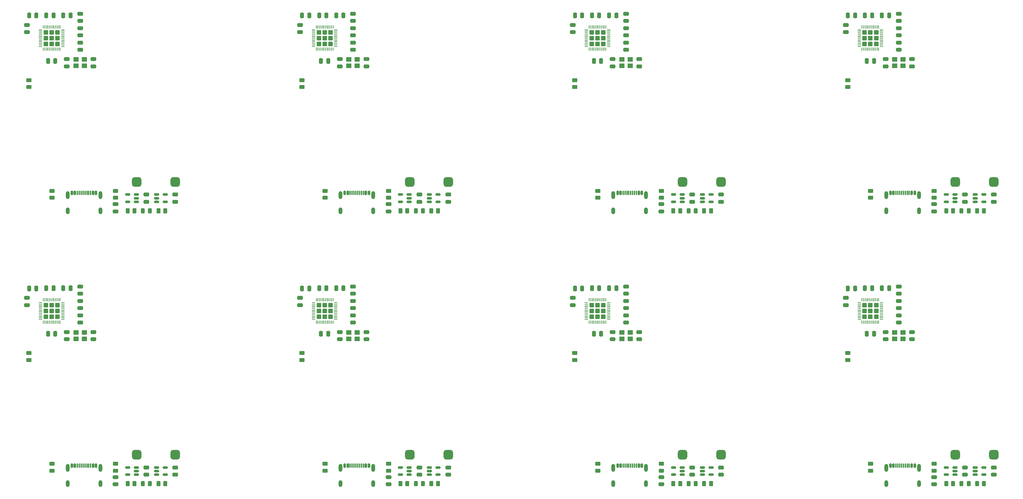
<source format=gbr>
%TF.GenerationSoftware,KiCad,Pcbnew,8.0.9-8.0.9-0~ubuntu24.04.1*%
%TF.CreationDate,2025-07-17T17:50:56+05:00*%
%TF.ProjectId,panel_170725,70616e65-6c5f-4313-9730-3732352e6b69,rev?*%
%TF.SameCoordinates,Original*%
%TF.FileFunction,Paste,Top*%
%TF.FilePolarity,Positive*%
%FSLAX46Y46*%
G04 Gerber Fmt 4.6, Leading zero omitted, Abs format (unit mm)*
G04 Created by KiCad (PCBNEW 8.0.9-8.0.9-0~ubuntu24.04.1) date 2025-07-17 17:50:56*
%MOMM*%
%LPD*%
G01*
G04 APERTURE LIST*
G04 Aperture macros list*
%AMRoundRect*
0 Rectangle with rounded corners*
0 $1 Rounding radius*
0 $2 $3 $4 $5 $6 $7 $8 $9 X,Y pos of 4 corners*
0 Add a 4 corners polygon primitive as box body*
4,1,4,$2,$3,$4,$5,$6,$7,$8,$9,$2,$3,0*
0 Add four circle primitives for the rounded corners*
1,1,$1+$1,$2,$3*
1,1,$1+$1,$4,$5*
1,1,$1+$1,$6,$7*
1,1,$1+$1,$8,$9*
0 Add four rect primitives between the rounded corners*
20,1,$1+$1,$2,$3,$4,$5,0*
20,1,$1+$1,$4,$5,$6,$7,0*
20,1,$1+$1,$6,$7,$8,$9,0*
20,1,$1+$1,$8,$9,$2,$3,0*%
G04 Aperture macros list end*
%ADD10RoundRect,0.250000X-0.450000X0.262500X-0.450000X-0.262500X0.450000X-0.262500X0.450000X0.262500X0*%
%ADD11RoundRect,0.150000X-0.150000X-0.425000X0.150000X-0.425000X0.150000X0.425000X-0.150000X0.425000X0*%
%ADD12RoundRect,0.075000X-0.075000X-0.500000X0.075000X-0.500000X0.075000X0.500000X-0.075000X0.500000X0*%
%ADD13O,1.000000X2.100000*%
%ADD14O,1.000000X1.800000*%
%ADD15RoundRect,0.150000X-0.512500X-0.150000X0.512500X-0.150000X0.512500X0.150000X-0.512500X0.150000X0*%
%ADD16RoundRect,0.250000X0.250000X0.475000X-0.250000X0.475000X-0.250000X-0.475000X0.250000X-0.475000X0*%
%ADD17R,1.400000X1.200000*%
%ADD18RoundRect,0.250000X0.450000X-0.262500X0.450000X0.262500X-0.450000X0.262500X-0.450000X-0.262500X0*%
%ADD19RoundRect,0.250000X-0.475000X0.250000X-0.475000X-0.250000X0.475000X-0.250000X0.475000X0.250000X0*%
%ADD20RoundRect,0.250000X0.262500X0.450000X-0.262500X0.450000X-0.262500X-0.450000X0.262500X-0.450000X0*%
%ADD21RoundRect,0.250000X-0.370000X0.370000X-0.370000X-0.370000X0.370000X-0.370000X0.370000X0.370000X0*%
%ADD22RoundRect,0.050000X-0.050000X0.350000X-0.050000X-0.350000X0.050000X-0.350000X0.050000X0.350000X0*%
%ADD23RoundRect,0.050000X-0.350000X0.050000X-0.350000X-0.050000X0.350000X-0.050000X0.350000X0.050000X0*%
%ADD24RoundRect,0.243750X-0.243750X-0.456250X0.243750X-0.456250X0.243750X0.456250X-0.243750X0.456250X0*%
%ADD25RoundRect,0.150000X0.512500X0.150000X-0.512500X0.150000X-0.512500X-0.150000X0.512500X-0.150000X0*%
%ADD26RoundRect,0.250000X0.475000X-0.250000X0.475000X0.250000X-0.475000X0.250000X-0.475000X-0.250000X0*%
%ADD27RoundRect,0.250000X-0.250000X-0.475000X0.250000X-0.475000X0.250000X0.475000X-0.250000X0.475000X0*%
%ADD28RoundRect,0.625000X-0.625000X-0.625000X0.625000X-0.625000X0.625000X0.625000X-0.625000X0.625000X0*%
%ADD29RoundRect,0.250000X-0.262500X-0.450000X0.262500X-0.450000X0.262500X0.450000X-0.262500X0.450000X0*%
G04 APERTURE END LIST*
D10*
%TO.C,R1*%
X26000000Y-133089000D03*
X26000000Y-134914000D03*
%TD*%
D11*
%TO.C,J1*%
X109300000Y-90821500D03*
X110100000Y-90821500D03*
D12*
X111250000Y-90821500D03*
X112250000Y-90821500D03*
X112750000Y-90821500D03*
X113750000Y-90821500D03*
D11*
X114900000Y-90821500D03*
X115700000Y-90821500D03*
X115700000Y-90821500D03*
X114900000Y-90821500D03*
D12*
X114250000Y-90821500D03*
X113250000Y-90821500D03*
X111750000Y-90821500D03*
X110750000Y-90821500D03*
D11*
X110100000Y-90821500D03*
X109300000Y-90821500D03*
D13*
X108180000Y-91396500D03*
D14*
X108180000Y-95576500D03*
D13*
X116820000Y-91396500D03*
D14*
X116820000Y-95576500D03*
%TD*%
D15*
%TO.C,U2*%
X275654500Y-163289500D03*
X275654500Y-164239500D03*
X275654500Y-165189500D03*
X277929500Y-165189500D03*
X277929500Y-163289500D03*
%TD*%
D16*
%TO.C,C10*%
X99950000Y-116031500D03*
X98050000Y-116031500D03*
%TD*%
%TO.C,C10*%
X243950000Y-116031500D03*
X242050000Y-116031500D03*
%TD*%
D17*
%TO.C,Y1*%
X110400000Y-57351500D03*
X112600000Y-57351500D03*
X112600000Y-55651500D03*
X110400000Y-55651500D03*
%TD*%
D18*
%TO.C,R4*%
X32090000Y-164136000D03*
X32090000Y-162311000D03*
%TD*%
D16*
%TO.C,C9*%
X176450000Y-44001500D03*
X174550000Y-44001500D03*
%TD*%
D19*
%TO.C,C11*%
X280602000Y-163289500D03*
X280602000Y-165189500D03*
%TD*%
D20*
%TO.C,R3*%
X133958500Y-167541500D03*
X132133500Y-167541500D03*
%TD*%
D16*
%TO.C,C10*%
X99950000Y-44031500D03*
X98050000Y-44031500D03*
%TD*%
D21*
%TO.C,U1*%
X33530000Y-120471500D03*
X32000000Y-120471500D03*
X30470000Y-120471500D03*
X33530000Y-122001500D03*
X32000000Y-122001500D03*
X30470000Y-122001500D03*
X33530000Y-123531500D03*
X32000000Y-123531500D03*
X30470000Y-123531500D03*
D22*
X34200000Y-119051500D03*
X33800000Y-119051500D03*
X33400000Y-119051500D03*
X33000000Y-119051500D03*
X32600000Y-119051500D03*
X32200000Y-119051500D03*
X31800000Y-119051500D03*
X31400000Y-119051500D03*
X31000000Y-119051500D03*
X30600000Y-119051500D03*
X30200000Y-119051500D03*
X29800000Y-119051500D03*
D23*
X29050000Y-119801500D03*
X29050000Y-120201500D03*
X29050000Y-120601500D03*
X29050000Y-121001500D03*
X29050000Y-121401500D03*
X29050000Y-121801500D03*
X29050000Y-122201500D03*
X29050000Y-122601500D03*
X29050000Y-123001500D03*
X29050000Y-123401500D03*
X29050000Y-123801500D03*
X29050000Y-124201500D03*
D22*
X29800000Y-124951500D03*
X30200000Y-124951500D03*
X30600000Y-124951500D03*
X31000000Y-124951500D03*
X31400000Y-124951500D03*
X31800000Y-124951500D03*
X32200000Y-124951500D03*
X32600000Y-124951500D03*
X33000000Y-124951500D03*
X33400000Y-124951500D03*
X33800000Y-124951500D03*
X34200000Y-124951500D03*
D23*
X34950000Y-124201500D03*
X34950000Y-123801500D03*
X34950000Y-123401500D03*
X34950000Y-123001500D03*
X34950000Y-122601500D03*
X34950000Y-122201500D03*
X34950000Y-121801500D03*
X34950000Y-121401500D03*
X34950000Y-121001500D03*
X34950000Y-120601500D03*
X34950000Y-120201500D03*
X34950000Y-119801500D03*
%TD*%
D18*
%TO.C,R4*%
X104090000Y-92136000D03*
X104090000Y-90311000D03*
%TD*%
D24*
%TO.C,D2*%
X272044500Y-167541500D03*
X273919500Y-167541500D03*
%TD*%
D25*
%TO.C,U3*%
X270309500Y-93189500D03*
X270309500Y-92239500D03*
X270309500Y-91289500D03*
X268034500Y-91289500D03*
X268034500Y-93189500D03*
%TD*%
D21*
%TO.C,U1*%
X177530000Y-48471500D03*
X176000000Y-48471500D03*
X174470000Y-48471500D03*
X177530000Y-50001500D03*
X176000000Y-50001500D03*
X174470000Y-50001500D03*
X177530000Y-51531500D03*
X176000000Y-51531500D03*
X174470000Y-51531500D03*
D22*
X178200000Y-47051500D03*
X177800000Y-47051500D03*
X177400000Y-47051500D03*
X177000000Y-47051500D03*
X176600000Y-47051500D03*
X176200000Y-47051500D03*
X175800000Y-47051500D03*
X175400000Y-47051500D03*
X175000000Y-47051500D03*
X174600000Y-47051500D03*
X174200000Y-47051500D03*
X173800000Y-47051500D03*
D23*
X173050000Y-47801500D03*
X173050000Y-48201500D03*
X173050000Y-48601500D03*
X173050000Y-49001500D03*
X173050000Y-49401500D03*
X173050000Y-49801500D03*
X173050000Y-50201500D03*
X173050000Y-50601500D03*
X173050000Y-51001500D03*
X173050000Y-51401500D03*
X173050000Y-51801500D03*
X173050000Y-52201500D03*
D22*
X173800000Y-52951500D03*
X174200000Y-52951500D03*
X174600000Y-52951500D03*
X175000000Y-52951500D03*
X175400000Y-52951500D03*
X175800000Y-52951500D03*
X176200000Y-52951500D03*
X176600000Y-52951500D03*
X177000000Y-52951500D03*
X177400000Y-52951500D03*
X177800000Y-52951500D03*
X178200000Y-52951500D03*
D23*
X178950000Y-52201500D03*
X178950000Y-51801500D03*
X178950000Y-51401500D03*
X178950000Y-51001500D03*
X178950000Y-50601500D03*
X178950000Y-50201500D03*
X178950000Y-49801500D03*
X178950000Y-49401500D03*
X178950000Y-49001500D03*
X178950000Y-48601500D03*
X178950000Y-48201500D03*
X178950000Y-47801500D03*
%TD*%
D11*
%TO.C,J1*%
X109300000Y-162821500D03*
X110100000Y-162821500D03*
D12*
X111250000Y-162821500D03*
X112250000Y-162821500D03*
X112750000Y-162821500D03*
X113750000Y-162821500D03*
D11*
X114900000Y-162821500D03*
X115700000Y-162821500D03*
X115700000Y-162821500D03*
X114900000Y-162821500D03*
D12*
X114250000Y-162821500D03*
X113250000Y-162821500D03*
X111750000Y-162821500D03*
X110750000Y-162821500D03*
D11*
X110100000Y-162821500D03*
X109300000Y-162821500D03*
D13*
X108180000Y-163396500D03*
D14*
X108180000Y-167576500D03*
D13*
X116820000Y-163396500D03*
D14*
X116820000Y-167576500D03*
%TD*%
D16*
%TO.C,C7*%
X104950000Y-56001500D03*
X103050000Y-56001500D03*
%TD*%
D26*
%TO.C,C13*%
X120854000Y-95729500D03*
X120854000Y-93829500D03*
%TD*%
D19*
%TO.C,C6*%
X183500000Y-119376500D03*
X183500000Y-121276500D03*
%TD*%
D20*
%TO.C,R3*%
X61958500Y-167541500D03*
X60133500Y-167541500D03*
%TD*%
D16*
%TO.C,C7*%
X248950000Y-56001500D03*
X247050000Y-56001500D03*
%TD*%
D27*
%TO.C,C8*%
X251050000Y-116001500D03*
X252950000Y-116001500D03*
%TD*%
D26*
%TO.C,C1*%
X252000000Y-129451500D03*
X252000000Y-127551500D03*
%TD*%
D11*
%TO.C,J1*%
X181300000Y-162821500D03*
X182100000Y-162821500D03*
D12*
X183250000Y-162821500D03*
X184250000Y-162821500D03*
X184750000Y-162821500D03*
X185750000Y-162821500D03*
D11*
X186900000Y-162821500D03*
X187700000Y-162821500D03*
X187700000Y-162821500D03*
X186900000Y-162821500D03*
D12*
X186250000Y-162821500D03*
X185250000Y-162821500D03*
X183750000Y-162821500D03*
X182750000Y-162821500D03*
D11*
X182100000Y-162821500D03*
X181300000Y-162821500D03*
D13*
X180180000Y-163396500D03*
D14*
X180180000Y-167576500D03*
D13*
X188820000Y-163396500D03*
D14*
X188820000Y-167576500D03*
%TD*%
D25*
%TO.C,U3*%
X54309500Y-93189500D03*
X54309500Y-92239500D03*
X54309500Y-91289500D03*
X52034500Y-91289500D03*
X52034500Y-93189500D03*
%TD*%
D19*
%TO.C,C6*%
X111500000Y-47376500D03*
X111500000Y-49276500D03*
%TD*%
D16*
%TO.C,C7*%
X176950000Y-56001500D03*
X175050000Y-56001500D03*
%TD*%
D26*
%TO.C,C5*%
X25500000Y-120451500D03*
X25500000Y-118551500D03*
%TD*%
D19*
%TO.C,C12*%
X56982000Y-91289500D03*
X56982000Y-93189500D03*
%TD*%
D16*
%TO.C,C9*%
X248450000Y-44001500D03*
X246550000Y-44001500D03*
%TD*%
D10*
%TO.C,R5*%
X48854000Y-90311000D03*
X48854000Y-92136000D03*
%TD*%
D11*
%TO.C,J1*%
X181300000Y-90821500D03*
X182100000Y-90821500D03*
D12*
X183250000Y-90821500D03*
X184250000Y-90821500D03*
X184750000Y-90821500D03*
X185750000Y-90821500D03*
D11*
X186900000Y-90821500D03*
X187700000Y-90821500D03*
X187700000Y-90821500D03*
X186900000Y-90821500D03*
D12*
X186250000Y-90821500D03*
X185250000Y-90821500D03*
X183750000Y-90821500D03*
X182750000Y-90821500D03*
D11*
X182100000Y-90821500D03*
X181300000Y-90821500D03*
D13*
X180180000Y-91396500D03*
D14*
X180180000Y-95576500D03*
D13*
X188820000Y-91396500D03*
D14*
X188820000Y-95576500D03*
%TD*%
D16*
%TO.C,C7*%
X32950000Y-56001500D03*
X31050000Y-56001500D03*
%TD*%
D25*
%TO.C,U3*%
X126309500Y-165189500D03*
X126309500Y-164239500D03*
X126309500Y-163289500D03*
X124034500Y-163289500D03*
X124034500Y-165189500D03*
%TD*%
D26*
%TO.C,C4*%
X255500000Y-45466500D03*
X255500000Y-43566500D03*
%TD*%
D16*
%TO.C,C7*%
X32950000Y-128001500D03*
X31050000Y-128001500D03*
%TD*%
D26*
%TO.C,C13*%
X48854000Y-167729500D03*
X48854000Y-165829500D03*
%TD*%
D19*
%TO.C,C12*%
X56982000Y-163289500D03*
X56982000Y-165189500D03*
%TD*%
%TO.C,C11*%
X208602000Y-91289500D03*
X208602000Y-93189500D03*
%TD*%
D18*
%TO.C,R4*%
X248090000Y-164136000D03*
X248090000Y-162311000D03*
%TD*%
D26*
%TO.C,C5*%
X169500000Y-120451500D03*
X169500000Y-118551500D03*
%TD*%
D21*
%TO.C,U1*%
X105530000Y-120471500D03*
X104000000Y-120471500D03*
X102470000Y-120471500D03*
X105530000Y-122001500D03*
X104000000Y-122001500D03*
X102470000Y-122001500D03*
X105530000Y-123531500D03*
X104000000Y-123531500D03*
X102470000Y-123531500D03*
D22*
X106200000Y-119051500D03*
X105800000Y-119051500D03*
X105400000Y-119051500D03*
X105000000Y-119051500D03*
X104600000Y-119051500D03*
X104200000Y-119051500D03*
X103800000Y-119051500D03*
X103400000Y-119051500D03*
X103000000Y-119051500D03*
X102600000Y-119051500D03*
X102200000Y-119051500D03*
X101800000Y-119051500D03*
D23*
X101050000Y-119801500D03*
X101050000Y-120201500D03*
X101050000Y-120601500D03*
X101050000Y-121001500D03*
X101050000Y-121401500D03*
X101050000Y-121801500D03*
X101050000Y-122201500D03*
X101050000Y-122601500D03*
X101050000Y-123001500D03*
X101050000Y-123401500D03*
X101050000Y-123801500D03*
X101050000Y-124201500D03*
D22*
X101800000Y-124951500D03*
X102200000Y-124951500D03*
X102600000Y-124951500D03*
X103000000Y-124951500D03*
X103400000Y-124951500D03*
X103800000Y-124951500D03*
X104200000Y-124951500D03*
X104600000Y-124951500D03*
X105000000Y-124951500D03*
X105400000Y-124951500D03*
X105800000Y-124951500D03*
X106200000Y-124951500D03*
D23*
X106950000Y-124201500D03*
X106950000Y-123801500D03*
X106950000Y-123401500D03*
X106950000Y-123001500D03*
X106950000Y-122601500D03*
X106950000Y-122201500D03*
X106950000Y-121801500D03*
X106950000Y-121401500D03*
X106950000Y-121001500D03*
X106950000Y-120601500D03*
X106950000Y-120201500D03*
X106950000Y-119801500D03*
%TD*%
D19*
%TO.C,C6*%
X183500000Y-47376500D03*
X183500000Y-49276500D03*
%TD*%
D11*
%TO.C,J1*%
X253300000Y-162821500D03*
X254100000Y-162821500D03*
D12*
X255250000Y-162821500D03*
X256250000Y-162821500D03*
X256750000Y-162821500D03*
X257750000Y-162821500D03*
D11*
X258900000Y-162821500D03*
X259700000Y-162821500D03*
X259700000Y-162821500D03*
X258900000Y-162821500D03*
D12*
X258250000Y-162821500D03*
X257250000Y-162821500D03*
X255750000Y-162821500D03*
X254750000Y-162821500D03*
D11*
X254100000Y-162821500D03*
X253300000Y-162821500D03*
D13*
X252180000Y-163396500D03*
D14*
X252180000Y-167576500D03*
D13*
X260820000Y-163396500D03*
D14*
X260820000Y-167576500D03*
%TD*%
D26*
%TO.C,C4*%
X255500000Y-117466500D03*
X255500000Y-115566500D03*
%TD*%
D28*
%TO.C,BT1*%
X126442000Y-87921500D03*
X136602000Y-87921500D03*
%TD*%
D24*
%TO.C,D2*%
X56044500Y-95541500D03*
X57919500Y-95541500D03*
%TD*%
D18*
%TO.C,R4*%
X32090000Y-92136000D03*
X32090000Y-90311000D03*
%TD*%
D19*
%TO.C,C2*%
X115000000Y-127551500D03*
X115000000Y-129451500D03*
%TD*%
%TO.C,C12*%
X128982000Y-163289500D03*
X128982000Y-165189500D03*
%TD*%
D25*
%TO.C,U3*%
X270309500Y-165189500D03*
X270309500Y-164239500D03*
X270309500Y-163289500D03*
X268034500Y-163289500D03*
X268034500Y-165189500D03*
%TD*%
D10*
%TO.C,R5*%
X264854000Y-90311000D03*
X264854000Y-92136000D03*
%TD*%
D16*
%TO.C,C7*%
X176950000Y-128001500D03*
X175050000Y-128001500D03*
%TD*%
D25*
%TO.C,U3*%
X54309500Y-165189500D03*
X54309500Y-164239500D03*
X54309500Y-163289500D03*
X52034500Y-163289500D03*
X52034500Y-165189500D03*
%TD*%
D28*
%TO.C,BT1*%
X198442000Y-159921500D03*
X208602000Y-159921500D03*
%TD*%
D24*
%TO.C,D2*%
X56044500Y-167541500D03*
X57919500Y-167541500D03*
%TD*%
D16*
%TO.C,C9*%
X32450000Y-44001500D03*
X30550000Y-44001500D03*
%TD*%
D26*
%TO.C,C1*%
X108000000Y-129451500D03*
X108000000Y-127551500D03*
%TD*%
D16*
%TO.C,C9*%
X248450000Y-116001500D03*
X246550000Y-116001500D03*
%TD*%
D10*
%TO.C,R1*%
X98000000Y-61089000D03*
X98000000Y-62914000D03*
%TD*%
D26*
%TO.C,C3*%
X111500866Y-53086500D03*
X111500866Y-51186500D03*
%TD*%
D16*
%TO.C,C10*%
X171950000Y-116031500D03*
X170050000Y-116031500D03*
%TD*%
D17*
%TO.C,Y1*%
X254400000Y-129351500D03*
X256600000Y-129351500D03*
X256600000Y-127651500D03*
X254400000Y-127651500D03*
%TD*%
D16*
%TO.C,C10*%
X27950000Y-116031500D03*
X26050000Y-116031500D03*
%TD*%
D19*
%TO.C,C11*%
X280602000Y-91289500D03*
X280602000Y-93189500D03*
%TD*%
%TO.C,C2*%
X187000000Y-127551500D03*
X187000000Y-129451500D03*
%TD*%
%TO.C,C2*%
X259000000Y-55551500D03*
X259000000Y-57451500D03*
%TD*%
D26*
%TO.C,C5*%
X97500000Y-120451500D03*
X97500000Y-118551500D03*
%TD*%
D10*
%TO.C,R5*%
X192854000Y-90311000D03*
X192854000Y-92136000D03*
%TD*%
D26*
%TO.C,C3*%
X255500866Y-125086500D03*
X255500866Y-123186500D03*
%TD*%
D29*
%TO.C,R2*%
X52005500Y-167541500D03*
X53830500Y-167541500D03*
%TD*%
D21*
%TO.C,U1*%
X177530000Y-120471500D03*
X176000000Y-120471500D03*
X174470000Y-120471500D03*
X177530000Y-122001500D03*
X176000000Y-122001500D03*
X174470000Y-122001500D03*
X177530000Y-123531500D03*
X176000000Y-123531500D03*
X174470000Y-123531500D03*
D22*
X178200000Y-119051500D03*
X177800000Y-119051500D03*
X177400000Y-119051500D03*
X177000000Y-119051500D03*
X176600000Y-119051500D03*
X176200000Y-119051500D03*
X175800000Y-119051500D03*
X175400000Y-119051500D03*
X175000000Y-119051500D03*
X174600000Y-119051500D03*
X174200000Y-119051500D03*
X173800000Y-119051500D03*
D23*
X173050000Y-119801500D03*
X173050000Y-120201500D03*
X173050000Y-120601500D03*
X173050000Y-121001500D03*
X173050000Y-121401500D03*
X173050000Y-121801500D03*
X173050000Y-122201500D03*
X173050000Y-122601500D03*
X173050000Y-123001500D03*
X173050000Y-123401500D03*
X173050000Y-123801500D03*
X173050000Y-124201500D03*
D22*
X173800000Y-124951500D03*
X174200000Y-124951500D03*
X174600000Y-124951500D03*
X175000000Y-124951500D03*
X175400000Y-124951500D03*
X175800000Y-124951500D03*
X176200000Y-124951500D03*
X176600000Y-124951500D03*
X177000000Y-124951500D03*
X177400000Y-124951500D03*
X177800000Y-124951500D03*
X178200000Y-124951500D03*
D23*
X178950000Y-124201500D03*
X178950000Y-123801500D03*
X178950000Y-123401500D03*
X178950000Y-123001500D03*
X178950000Y-122601500D03*
X178950000Y-122201500D03*
X178950000Y-121801500D03*
X178950000Y-121401500D03*
X178950000Y-121001500D03*
X178950000Y-120601500D03*
X178950000Y-120201500D03*
X178950000Y-119801500D03*
%TD*%
D19*
%TO.C,C12*%
X200982000Y-163289500D03*
X200982000Y-165189500D03*
%TD*%
D27*
%TO.C,C8*%
X107050000Y-44001500D03*
X108950000Y-44001500D03*
%TD*%
D29*
%TO.C,R2*%
X124005500Y-95541500D03*
X125830500Y-95541500D03*
%TD*%
D24*
%TO.C,D2*%
X128044500Y-95541500D03*
X129919500Y-95541500D03*
%TD*%
D26*
%TO.C,C4*%
X111500000Y-117466500D03*
X111500000Y-115566500D03*
%TD*%
D10*
%TO.C,R5*%
X120854000Y-90311000D03*
X120854000Y-92136000D03*
%TD*%
D26*
%TO.C,C5*%
X25500000Y-48451500D03*
X25500000Y-46551500D03*
%TD*%
D15*
%TO.C,U2*%
X203654500Y-91289500D03*
X203654500Y-92239500D03*
X203654500Y-93189500D03*
X205929500Y-93189500D03*
X205929500Y-91289500D03*
%TD*%
D10*
%TO.C,R1*%
X242000000Y-133089000D03*
X242000000Y-134914000D03*
%TD*%
D19*
%TO.C,C12*%
X272982000Y-163289500D03*
X272982000Y-165189500D03*
%TD*%
D26*
%TO.C,C5*%
X97500000Y-48451500D03*
X97500000Y-46551500D03*
%TD*%
D29*
%TO.C,R2*%
X268005500Y-95541500D03*
X269830500Y-95541500D03*
%TD*%
D19*
%TO.C,C2*%
X43000000Y-55551500D03*
X43000000Y-57451500D03*
%TD*%
%TO.C,C6*%
X255500000Y-119376500D03*
X255500000Y-121276500D03*
%TD*%
D29*
%TO.C,R2*%
X124005500Y-167541500D03*
X125830500Y-167541500D03*
%TD*%
D26*
%TO.C,C1*%
X108000000Y-57451500D03*
X108000000Y-55551500D03*
%TD*%
D27*
%TO.C,C8*%
X179050000Y-116001500D03*
X180950000Y-116001500D03*
%TD*%
D19*
%TO.C,C11*%
X64602000Y-163289500D03*
X64602000Y-165189500D03*
%TD*%
D29*
%TO.C,R2*%
X196005500Y-95541500D03*
X197830500Y-95541500D03*
%TD*%
D26*
%TO.C,C1*%
X180000000Y-129451500D03*
X180000000Y-127551500D03*
%TD*%
D19*
%TO.C,C2*%
X43000000Y-127551500D03*
X43000000Y-129451500D03*
%TD*%
D17*
%TO.C,Y1*%
X38400000Y-57351500D03*
X40600000Y-57351500D03*
X40600000Y-55651500D03*
X38400000Y-55651500D03*
%TD*%
D10*
%TO.C,R1*%
X98000000Y-133089000D03*
X98000000Y-134914000D03*
%TD*%
%TO.C,R1*%
X170000000Y-133089000D03*
X170000000Y-134914000D03*
%TD*%
D19*
%TO.C,C12*%
X272982000Y-91289500D03*
X272982000Y-93189500D03*
%TD*%
D10*
%TO.C,R1*%
X26000000Y-61089000D03*
X26000000Y-62914000D03*
%TD*%
D17*
%TO.C,Y1*%
X110400000Y-129351500D03*
X112600000Y-129351500D03*
X112600000Y-127651500D03*
X110400000Y-127651500D03*
%TD*%
D16*
%TO.C,C9*%
X176450000Y-116001500D03*
X174550000Y-116001500D03*
%TD*%
%TO.C,C9*%
X32450000Y-116001500D03*
X30550000Y-116001500D03*
%TD*%
%TO.C,C7*%
X248950000Y-128001500D03*
X247050000Y-128001500D03*
%TD*%
D26*
%TO.C,C4*%
X183500000Y-117466500D03*
X183500000Y-115566500D03*
%TD*%
D29*
%TO.C,R2*%
X196005500Y-167541500D03*
X197830500Y-167541500D03*
%TD*%
D16*
%TO.C,C9*%
X104450000Y-44001500D03*
X102550000Y-44001500D03*
%TD*%
D19*
%TO.C,C2*%
X115000000Y-55551500D03*
X115000000Y-57451500D03*
%TD*%
D20*
%TO.C,R3*%
X61958500Y-95541500D03*
X60133500Y-95541500D03*
%TD*%
D19*
%TO.C,C6*%
X255500000Y-47376500D03*
X255500000Y-49276500D03*
%TD*%
D10*
%TO.C,R5*%
X264854000Y-162311000D03*
X264854000Y-164136000D03*
%TD*%
D26*
%TO.C,C13*%
X192854000Y-95729500D03*
X192854000Y-93829500D03*
%TD*%
D17*
%TO.C,Y1*%
X182400000Y-129351500D03*
X184600000Y-129351500D03*
X184600000Y-127651500D03*
X182400000Y-127651500D03*
%TD*%
D19*
%TO.C,C2*%
X187000000Y-55551500D03*
X187000000Y-57451500D03*
%TD*%
%TO.C,C6*%
X39500000Y-47376500D03*
X39500000Y-49276500D03*
%TD*%
D20*
%TO.C,R3*%
X205958500Y-167541500D03*
X204133500Y-167541500D03*
%TD*%
D19*
%TO.C,C12*%
X200982000Y-91289500D03*
X200982000Y-93189500D03*
%TD*%
D18*
%TO.C,R4*%
X176090000Y-92136000D03*
X176090000Y-90311000D03*
%TD*%
D28*
%TO.C,BT1*%
X198442000Y-87921500D03*
X208602000Y-87921500D03*
%TD*%
D21*
%TO.C,U1*%
X249530000Y-48471500D03*
X248000000Y-48471500D03*
X246470000Y-48471500D03*
X249530000Y-50001500D03*
X248000000Y-50001500D03*
X246470000Y-50001500D03*
X249530000Y-51531500D03*
X248000000Y-51531500D03*
X246470000Y-51531500D03*
D22*
X250200000Y-47051500D03*
X249800000Y-47051500D03*
X249400000Y-47051500D03*
X249000000Y-47051500D03*
X248600000Y-47051500D03*
X248200000Y-47051500D03*
X247800000Y-47051500D03*
X247400000Y-47051500D03*
X247000000Y-47051500D03*
X246600000Y-47051500D03*
X246200000Y-47051500D03*
X245800000Y-47051500D03*
D23*
X245050000Y-47801500D03*
X245050000Y-48201500D03*
X245050000Y-48601500D03*
X245050000Y-49001500D03*
X245050000Y-49401500D03*
X245050000Y-49801500D03*
X245050000Y-50201500D03*
X245050000Y-50601500D03*
X245050000Y-51001500D03*
X245050000Y-51401500D03*
X245050000Y-51801500D03*
X245050000Y-52201500D03*
D22*
X245800000Y-52951500D03*
X246200000Y-52951500D03*
X246600000Y-52951500D03*
X247000000Y-52951500D03*
X247400000Y-52951500D03*
X247800000Y-52951500D03*
X248200000Y-52951500D03*
X248600000Y-52951500D03*
X249000000Y-52951500D03*
X249400000Y-52951500D03*
X249800000Y-52951500D03*
X250200000Y-52951500D03*
D23*
X250950000Y-52201500D03*
X250950000Y-51801500D03*
X250950000Y-51401500D03*
X250950000Y-51001500D03*
X250950000Y-50601500D03*
X250950000Y-50201500D03*
X250950000Y-49801500D03*
X250950000Y-49401500D03*
X250950000Y-49001500D03*
X250950000Y-48601500D03*
X250950000Y-48201500D03*
X250950000Y-47801500D03*
%TD*%
D25*
%TO.C,U3*%
X198309500Y-93189500D03*
X198309500Y-92239500D03*
X198309500Y-91289500D03*
X196034500Y-91289500D03*
X196034500Y-93189500D03*
%TD*%
D10*
%TO.C,R5*%
X48854000Y-162311000D03*
X48854000Y-164136000D03*
%TD*%
D28*
%TO.C,BT1*%
X54442000Y-87921500D03*
X64602000Y-87921500D03*
%TD*%
D11*
%TO.C,J1*%
X253300000Y-90821500D03*
X254100000Y-90821500D03*
D12*
X255250000Y-90821500D03*
X256250000Y-90821500D03*
X256750000Y-90821500D03*
X257750000Y-90821500D03*
D11*
X258900000Y-90821500D03*
X259700000Y-90821500D03*
X259700000Y-90821500D03*
X258900000Y-90821500D03*
D12*
X258250000Y-90821500D03*
X257250000Y-90821500D03*
X255750000Y-90821500D03*
X254750000Y-90821500D03*
D11*
X254100000Y-90821500D03*
X253300000Y-90821500D03*
D13*
X252180000Y-91396500D03*
D14*
X252180000Y-95576500D03*
D13*
X260820000Y-91396500D03*
D14*
X260820000Y-95576500D03*
%TD*%
D27*
%TO.C,C8*%
X35050000Y-116001500D03*
X36950000Y-116001500D03*
%TD*%
D26*
%TO.C,C5*%
X169500000Y-48451500D03*
X169500000Y-46551500D03*
%TD*%
D15*
%TO.C,U2*%
X59654500Y-163289500D03*
X59654500Y-164239500D03*
X59654500Y-165189500D03*
X61929500Y-165189500D03*
X61929500Y-163289500D03*
%TD*%
D10*
%TO.C,R1*%
X242000000Y-61089000D03*
X242000000Y-62914000D03*
%TD*%
D20*
%TO.C,R3*%
X133958500Y-95541500D03*
X132133500Y-95541500D03*
%TD*%
D15*
%TO.C,U2*%
X203654500Y-163289500D03*
X203654500Y-164239500D03*
X203654500Y-165189500D03*
X205929500Y-165189500D03*
X205929500Y-163289500D03*
%TD*%
D26*
%TO.C,C13*%
X264854000Y-167729500D03*
X264854000Y-165829500D03*
%TD*%
D28*
%TO.C,BT1*%
X126442000Y-159921500D03*
X136602000Y-159921500D03*
%TD*%
D26*
%TO.C,C4*%
X111500000Y-45466500D03*
X111500000Y-43566500D03*
%TD*%
D29*
%TO.C,R2*%
X268005500Y-167541500D03*
X269830500Y-167541500D03*
%TD*%
D26*
%TO.C,C1*%
X180000000Y-57451500D03*
X180000000Y-55551500D03*
%TD*%
D19*
%TO.C,C11*%
X136602000Y-163289500D03*
X136602000Y-165189500D03*
%TD*%
D21*
%TO.C,U1*%
X33530000Y-48471500D03*
X32000000Y-48471500D03*
X30470000Y-48471500D03*
X33530000Y-50001500D03*
X32000000Y-50001500D03*
X30470000Y-50001500D03*
X33530000Y-51531500D03*
X32000000Y-51531500D03*
X30470000Y-51531500D03*
D22*
X34200000Y-47051500D03*
X33800000Y-47051500D03*
X33400000Y-47051500D03*
X33000000Y-47051500D03*
X32600000Y-47051500D03*
X32200000Y-47051500D03*
X31800000Y-47051500D03*
X31400000Y-47051500D03*
X31000000Y-47051500D03*
X30600000Y-47051500D03*
X30200000Y-47051500D03*
X29800000Y-47051500D03*
D23*
X29050000Y-47801500D03*
X29050000Y-48201500D03*
X29050000Y-48601500D03*
X29050000Y-49001500D03*
X29050000Y-49401500D03*
X29050000Y-49801500D03*
X29050000Y-50201500D03*
X29050000Y-50601500D03*
X29050000Y-51001500D03*
X29050000Y-51401500D03*
X29050000Y-51801500D03*
X29050000Y-52201500D03*
D22*
X29800000Y-52951500D03*
X30200000Y-52951500D03*
X30600000Y-52951500D03*
X31000000Y-52951500D03*
X31400000Y-52951500D03*
X31800000Y-52951500D03*
X32200000Y-52951500D03*
X32600000Y-52951500D03*
X33000000Y-52951500D03*
X33400000Y-52951500D03*
X33800000Y-52951500D03*
X34200000Y-52951500D03*
D23*
X34950000Y-52201500D03*
X34950000Y-51801500D03*
X34950000Y-51401500D03*
X34950000Y-51001500D03*
X34950000Y-50601500D03*
X34950000Y-50201500D03*
X34950000Y-49801500D03*
X34950000Y-49401500D03*
X34950000Y-49001500D03*
X34950000Y-48601500D03*
X34950000Y-48201500D03*
X34950000Y-47801500D03*
%TD*%
D26*
%TO.C,C3*%
X183500866Y-125086500D03*
X183500866Y-123186500D03*
%TD*%
D15*
%TO.C,U2*%
X275654500Y-91289500D03*
X275654500Y-92239500D03*
X275654500Y-93189500D03*
X277929500Y-93189500D03*
X277929500Y-91289500D03*
%TD*%
D19*
%TO.C,C6*%
X111500000Y-119376500D03*
X111500000Y-121276500D03*
%TD*%
D29*
%TO.C,R2*%
X52005500Y-95541500D03*
X53830500Y-95541500D03*
%TD*%
D27*
%TO.C,C8*%
X179050000Y-44001500D03*
X180950000Y-44001500D03*
%TD*%
D10*
%TO.C,R5*%
X192854000Y-162311000D03*
X192854000Y-164136000D03*
%TD*%
D19*
%TO.C,C2*%
X259000000Y-127551500D03*
X259000000Y-129451500D03*
%TD*%
D16*
%TO.C,C10*%
X27950000Y-44031500D03*
X26050000Y-44031500D03*
%TD*%
D24*
%TO.C,D2*%
X272044500Y-95541500D03*
X273919500Y-95541500D03*
%TD*%
D18*
%TO.C,R4*%
X248090000Y-92136000D03*
X248090000Y-90311000D03*
%TD*%
D17*
%TO.C,Y1*%
X254400000Y-57351500D03*
X256600000Y-57351500D03*
X256600000Y-55651500D03*
X254400000Y-55651500D03*
%TD*%
D11*
%TO.C,J1*%
X37300000Y-162821500D03*
X38100000Y-162821500D03*
D12*
X39250000Y-162821500D03*
X40250000Y-162821500D03*
X40750000Y-162821500D03*
X41750000Y-162821500D03*
D11*
X42900000Y-162821500D03*
X43700000Y-162821500D03*
X43700000Y-162821500D03*
X42900000Y-162821500D03*
D12*
X42250000Y-162821500D03*
X41250000Y-162821500D03*
X39750000Y-162821500D03*
X38750000Y-162821500D03*
D11*
X38100000Y-162821500D03*
X37300000Y-162821500D03*
D13*
X36180000Y-163396500D03*
D14*
X36180000Y-167576500D03*
D13*
X44820000Y-163396500D03*
D14*
X44820000Y-167576500D03*
%TD*%
D26*
%TO.C,C3*%
X183500866Y-53086500D03*
X183500866Y-51186500D03*
%TD*%
%TO.C,C1*%
X36000000Y-129451500D03*
X36000000Y-127551500D03*
%TD*%
D17*
%TO.C,Y1*%
X38400000Y-129351500D03*
X40600000Y-129351500D03*
X40600000Y-127651500D03*
X38400000Y-127651500D03*
%TD*%
D27*
%TO.C,C8*%
X35050000Y-44001500D03*
X36950000Y-44001500D03*
%TD*%
D26*
%TO.C,C13*%
X48854000Y-95729500D03*
X48854000Y-93829500D03*
%TD*%
D10*
%TO.C,R1*%
X170000000Y-61089000D03*
X170000000Y-62914000D03*
%TD*%
D19*
%TO.C,C6*%
X39500000Y-119376500D03*
X39500000Y-121276500D03*
%TD*%
D28*
%TO.C,BT1*%
X270442000Y-159921500D03*
X280602000Y-159921500D03*
%TD*%
D26*
%TO.C,C4*%
X39500000Y-45466500D03*
X39500000Y-43566500D03*
%TD*%
%TO.C,C5*%
X241500000Y-120451500D03*
X241500000Y-118551500D03*
%TD*%
D21*
%TO.C,U1*%
X105530000Y-48471500D03*
X104000000Y-48471500D03*
X102470000Y-48471500D03*
X105530000Y-50001500D03*
X104000000Y-50001500D03*
X102470000Y-50001500D03*
X105530000Y-51531500D03*
X104000000Y-51531500D03*
X102470000Y-51531500D03*
D22*
X106200000Y-47051500D03*
X105800000Y-47051500D03*
X105400000Y-47051500D03*
X105000000Y-47051500D03*
X104600000Y-47051500D03*
X104200000Y-47051500D03*
X103800000Y-47051500D03*
X103400000Y-47051500D03*
X103000000Y-47051500D03*
X102600000Y-47051500D03*
X102200000Y-47051500D03*
X101800000Y-47051500D03*
D23*
X101050000Y-47801500D03*
X101050000Y-48201500D03*
X101050000Y-48601500D03*
X101050000Y-49001500D03*
X101050000Y-49401500D03*
X101050000Y-49801500D03*
X101050000Y-50201500D03*
X101050000Y-50601500D03*
X101050000Y-51001500D03*
X101050000Y-51401500D03*
X101050000Y-51801500D03*
X101050000Y-52201500D03*
D22*
X101800000Y-52951500D03*
X102200000Y-52951500D03*
X102600000Y-52951500D03*
X103000000Y-52951500D03*
X103400000Y-52951500D03*
X103800000Y-52951500D03*
X104200000Y-52951500D03*
X104600000Y-52951500D03*
X105000000Y-52951500D03*
X105400000Y-52951500D03*
X105800000Y-52951500D03*
X106200000Y-52951500D03*
D23*
X106950000Y-52201500D03*
X106950000Y-51801500D03*
X106950000Y-51401500D03*
X106950000Y-51001500D03*
X106950000Y-50601500D03*
X106950000Y-50201500D03*
X106950000Y-49801500D03*
X106950000Y-49401500D03*
X106950000Y-49001500D03*
X106950000Y-48601500D03*
X106950000Y-48201500D03*
X106950000Y-47801500D03*
%TD*%
D26*
%TO.C,C3*%
X39500866Y-125086500D03*
X39500866Y-123186500D03*
%TD*%
%TO.C,C3*%
X255500866Y-53086500D03*
X255500866Y-51186500D03*
%TD*%
D27*
%TO.C,C8*%
X107050000Y-116001500D03*
X108950000Y-116001500D03*
%TD*%
D18*
%TO.C,R4*%
X176090000Y-164136000D03*
X176090000Y-162311000D03*
%TD*%
D19*
%TO.C,C11*%
X208602000Y-163289500D03*
X208602000Y-165189500D03*
%TD*%
D15*
%TO.C,U2*%
X131654500Y-91289500D03*
X131654500Y-92239500D03*
X131654500Y-93189500D03*
X133929500Y-93189500D03*
X133929500Y-91289500D03*
%TD*%
D16*
%TO.C,C9*%
X104450000Y-116001500D03*
X102550000Y-116001500D03*
%TD*%
D27*
%TO.C,C8*%
X251050000Y-44001500D03*
X252950000Y-44001500D03*
%TD*%
D24*
%TO.C,D2*%
X200044500Y-95541500D03*
X201919500Y-95541500D03*
%TD*%
D26*
%TO.C,C1*%
X252000000Y-57451500D03*
X252000000Y-55551500D03*
%TD*%
D19*
%TO.C,C12*%
X128982000Y-91289500D03*
X128982000Y-93189500D03*
%TD*%
D20*
%TO.C,R3*%
X277958500Y-95541500D03*
X276133500Y-95541500D03*
%TD*%
D26*
%TO.C,C13*%
X120854000Y-167729500D03*
X120854000Y-165829500D03*
%TD*%
D16*
%TO.C,C10*%
X243950000Y-44031500D03*
X242050000Y-44031500D03*
%TD*%
D26*
%TO.C,C13*%
X264854000Y-95729500D03*
X264854000Y-93829500D03*
%TD*%
D10*
%TO.C,R5*%
X120854000Y-162311000D03*
X120854000Y-164136000D03*
%TD*%
D25*
%TO.C,U3*%
X126309500Y-93189500D03*
X126309500Y-92239500D03*
X126309500Y-91289500D03*
X124034500Y-91289500D03*
X124034500Y-93189500D03*
%TD*%
D16*
%TO.C,C10*%
X171950000Y-44031500D03*
X170050000Y-44031500D03*
%TD*%
D24*
%TO.C,D2*%
X200044500Y-167541500D03*
X201919500Y-167541500D03*
%TD*%
D21*
%TO.C,U1*%
X249530000Y-120471500D03*
X248000000Y-120471500D03*
X246470000Y-120471500D03*
X249530000Y-122001500D03*
X248000000Y-122001500D03*
X246470000Y-122001500D03*
X249530000Y-123531500D03*
X248000000Y-123531500D03*
X246470000Y-123531500D03*
D22*
X250200000Y-119051500D03*
X249800000Y-119051500D03*
X249400000Y-119051500D03*
X249000000Y-119051500D03*
X248600000Y-119051500D03*
X248200000Y-119051500D03*
X247800000Y-119051500D03*
X247400000Y-119051500D03*
X247000000Y-119051500D03*
X246600000Y-119051500D03*
X246200000Y-119051500D03*
X245800000Y-119051500D03*
D23*
X245050000Y-119801500D03*
X245050000Y-120201500D03*
X245050000Y-120601500D03*
X245050000Y-121001500D03*
X245050000Y-121401500D03*
X245050000Y-121801500D03*
X245050000Y-122201500D03*
X245050000Y-122601500D03*
X245050000Y-123001500D03*
X245050000Y-123401500D03*
X245050000Y-123801500D03*
X245050000Y-124201500D03*
D22*
X245800000Y-124951500D03*
X246200000Y-124951500D03*
X246600000Y-124951500D03*
X247000000Y-124951500D03*
X247400000Y-124951500D03*
X247800000Y-124951500D03*
X248200000Y-124951500D03*
X248600000Y-124951500D03*
X249000000Y-124951500D03*
X249400000Y-124951500D03*
X249800000Y-124951500D03*
X250200000Y-124951500D03*
D23*
X250950000Y-124201500D03*
X250950000Y-123801500D03*
X250950000Y-123401500D03*
X250950000Y-123001500D03*
X250950000Y-122601500D03*
X250950000Y-122201500D03*
X250950000Y-121801500D03*
X250950000Y-121401500D03*
X250950000Y-121001500D03*
X250950000Y-120601500D03*
X250950000Y-120201500D03*
X250950000Y-119801500D03*
%TD*%
D26*
%TO.C,C1*%
X36000000Y-57451500D03*
X36000000Y-55551500D03*
%TD*%
D24*
%TO.C,D2*%
X128044500Y-167541500D03*
X129919500Y-167541500D03*
%TD*%
D15*
%TO.C,U2*%
X131654500Y-163289500D03*
X131654500Y-164239500D03*
X131654500Y-165189500D03*
X133929500Y-165189500D03*
X133929500Y-163289500D03*
%TD*%
D26*
%TO.C,C3*%
X39500866Y-53086500D03*
X39500866Y-51186500D03*
%TD*%
D20*
%TO.C,R3*%
X205958500Y-95541500D03*
X204133500Y-95541500D03*
%TD*%
%TO.C,R3*%
X277958500Y-167541500D03*
X276133500Y-167541500D03*
%TD*%
D17*
%TO.C,Y1*%
X182400000Y-57351500D03*
X184600000Y-57351500D03*
X184600000Y-55651500D03*
X182400000Y-55651500D03*
%TD*%
D28*
%TO.C,BT1*%
X270442000Y-87921500D03*
X280602000Y-87921500D03*
%TD*%
D26*
%TO.C,C5*%
X241500000Y-48451500D03*
X241500000Y-46551500D03*
%TD*%
%TO.C,C13*%
X192854000Y-167729500D03*
X192854000Y-165829500D03*
%TD*%
%TO.C,C3*%
X111500866Y-125086500D03*
X111500866Y-123186500D03*
%TD*%
D18*
%TO.C,R4*%
X104090000Y-164136000D03*
X104090000Y-162311000D03*
%TD*%
D28*
%TO.C,BT1*%
X54442000Y-159921500D03*
X64602000Y-159921500D03*
%TD*%
D16*
%TO.C,C7*%
X104950000Y-128001500D03*
X103050000Y-128001500D03*
%TD*%
D25*
%TO.C,U3*%
X198309500Y-165189500D03*
X198309500Y-164239500D03*
X198309500Y-163289500D03*
X196034500Y-163289500D03*
X196034500Y-165189500D03*
%TD*%
D15*
%TO.C,U2*%
X59654500Y-91289500D03*
X59654500Y-92239500D03*
X59654500Y-93189500D03*
X61929500Y-93189500D03*
X61929500Y-91289500D03*
%TD*%
D26*
%TO.C,C4*%
X39500000Y-117466500D03*
X39500000Y-115566500D03*
%TD*%
D11*
%TO.C,J1*%
X37300000Y-90821500D03*
X38100000Y-90821500D03*
D12*
X39250000Y-90821500D03*
X40250000Y-90821500D03*
X40750000Y-90821500D03*
X41750000Y-90821500D03*
D11*
X42900000Y-90821500D03*
X43700000Y-90821500D03*
X43700000Y-90821500D03*
X42900000Y-90821500D03*
D12*
X42250000Y-90821500D03*
X41250000Y-90821500D03*
X39750000Y-90821500D03*
X38750000Y-90821500D03*
D11*
X38100000Y-90821500D03*
X37300000Y-90821500D03*
D13*
X36180000Y-91396500D03*
D14*
X36180000Y-95576500D03*
D13*
X44820000Y-91396500D03*
D14*
X44820000Y-95576500D03*
%TD*%
D26*
%TO.C,C4*%
X183500000Y-45466500D03*
X183500000Y-43566500D03*
%TD*%
D19*
%TO.C,C11*%
X136602000Y-91289500D03*
X136602000Y-93189500D03*
%TD*%
%TO.C,C11*%
X64602000Y-91289500D03*
X64602000Y-93189500D03*
%TD*%
M02*

</source>
